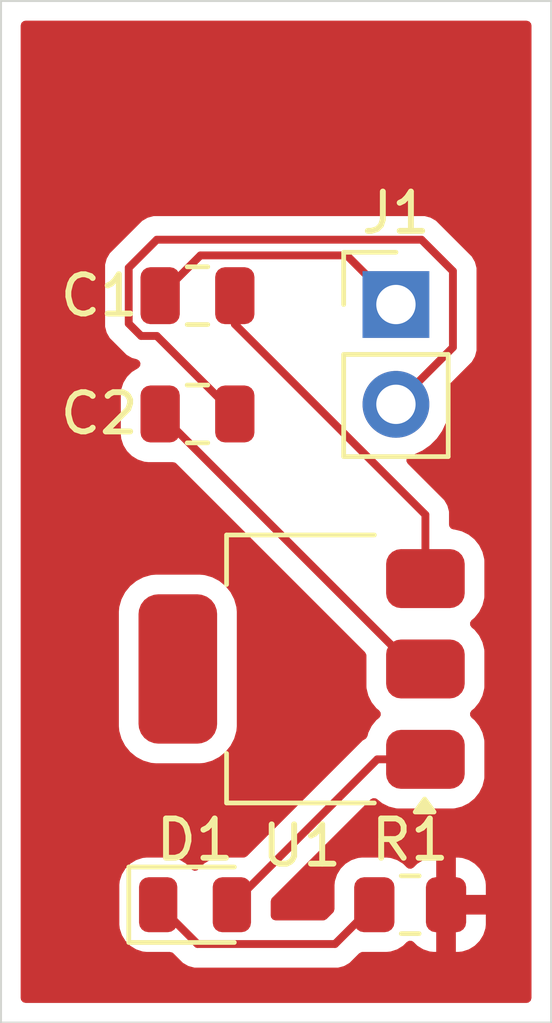
<source format=kicad_pcb>
(kicad_pcb (version 20240108) (generator "pcbnew") (generator_version "8.0")
  (layers (0 "F.Cu" signal) (31 "B.Cu" signal) (34 "B.Paste" user) (35 "F.Paste" user) (36 "B.SilkS" user "B.Silkscreen") (37 "F.SilkS" user "F.Silkscreen") (38 "B.Mask" user) (39 "F.Mask" user) (44 "Edge.Cuts" user))
  (net 0 "")
  (net 1 "/vcc")
  (net 2 "Net-(U1-VI)")
  (net 3 "Net-(U1-VO)")
  (net 4 "Net-(J1-Pin_2)")
  (net 5 "Net-(D1-K)")
  (net 6 "Net-(D1-A)")
  (net 7 "GND")
  (footprint "Capacitor_SMD:C_0805_2012Metric" (layer "F.Cu") (at 138.5 82.5)
    (property "Reference" "C1" (at -2.5 0 0) (layer "F.SilkS"))
    (property "Value" "10uF")
    (fp_line (start -0.261252 -0.735) (end 0.261252 -0.735) (stroke (width 0.12)) (layer "F.SilkS"))
    (fp_line (start -0.261252 0.735) (end 0.261252 0.735) (stroke (width 0.12)) (layer "F.SilkS"))
    (pad "1" smd roundrect (at -0.95 0) (size 1 1.45) (layers "F.Cu" "F.Paste" "F.Mask") (net 1 "/vcc"))
    (pad "2" smd roundrect (at 0.95 0) (size 1 1.45) (layers "F.Cu" "F.Paste" "F.Mask") (net 2 "Net-(U1-VI)"))
  )
  (footprint "Connector_PinHeader_2.54mm:PinHeader_1x02_P2.54mm_Vertical" (layer "F.Cu") (at 143.55 82.725)
    (property "Reference" "J1" (at 0 -2.33 0) (layer "F.SilkS"))
    (property "Value" "Conn_01x02_Pin")
    (fp_line (start -1.33 -1.33) (end 0 -1.33) (stroke (width 0.12)) (layer "F.SilkS"))
    (fp_line (start -1.33 0) (end -1.33 -1.33) (stroke (width 0.12)) (layer "F.SilkS"))
    (fp_line (start -1.33 1.27) (end -1.33 3.87) (stroke (width 0.12)) (layer "F.SilkS"))
    (fp_line (start -1.33 1.27) (end 1.33 1.27) (stroke (width 0.12)) (layer "F.SilkS"))
    (fp_line (start -1.33 3.87) (end 1.33 3.87) (stroke (width 0.12)) (layer "F.SilkS"))
    (fp_line (start 1.33 1.27) (end 1.33 3.87) (stroke (width 0.12)) (layer "F.SilkS"))
    (pad "1" thru_hole rect (at 0 0) (size 1.7 1.7) (drill 1) (layers "*.Cu" "*.Mask") (net 1 "/vcc"))
    (pad "2" thru_hole oval (at 0 2.54) (size 1.7 1.7) (drill 1) (layers "*.Cu" "*.Mask") (net 4 "Net-(J1-Pin_2)"))
  )
  (footprint "LED_SMD:LED_0805_2012Metric" (layer "F.Cu") (at 138.4375 98)
    (property "Reference" "D1" (at 0 -1.65 0) (layer "F.SilkS"))
    (property "Value" "LED")
    (fp_line (start -1.685 -0.96) (end -1.685 0.96) (stroke (width 0.12)) (layer "F.SilkS"))
    (fp_line (start -1.685 0.96) (end 1 0.96) (stroke (width 0.12)) (layer "F.SilkS"))
    (fp_line (start 1 -0.96) (end -1.685 -0.96) (stroke (width 0.12)) (layer "F.SilkS"))
    (pad "1" smd roundrect (at -0.9375 0) (size 0.975 1.4) (layers "F.Cu" "F.Paste" "F.Mask") (net 5 "Net-(D1-K)"))
    (pad "2" smd roundrect (at 0.9375 0) (size 0.975 1.4) (layers "F.Cu" "F.Paste" "F.Mask") (net 6 "Net-(D1-A)"))
  )
  (footprint "Package_TO_SOT_SMD:SOT-223" (layer "F.Cu") (at 141.15 92 180)
    (property "Reference" "U1" (at 0 -4.5 360) (layer "F.SilkS"))
    (property "Value" "AMS1117-5.0")
    (fp_line (start 1.91 3.41) (end 1.91 2.15) (stroke (width 0.12)) (layer "F.SilkS"))
    (fp_line (start 1.91 -3.41) (end 1.91 -2.15) (stroke (width 0.12)) (layer "F.SilkS"))
    (fp_line (start -1.85 3.41) (end 1.91 3.41) (stroke (width 0.12)) (layer "F.SilkS"))
    (fp_line (start -1.85 -3.41) (end 1.91 -3.41) (stroke (width 0.12)) (layer "F.SilkS"))
    (fp_poly (pts (xy -3.13 -3.31) (xy -3.37 -3.64) (xy -2.89 -3.64) (xy -3.13 -3.31)) (stroke (width 0.12)) (fill solid) (layer "F.SilkS"))
    (pad "1" smd roundrect (at -3.15 -2.3 180) (size 2 1.5) (layers "F.Cu" "F.Paste" "F.Mask") (net 6 "Net-(D1-A)"))
    (pad "2" smd roundrect (at -3.15 0 180) (size 2 1.5) (layers "F.Cu" "F.Paste" "F.Mask") (net 3 "Net-(U1-VO)"))
    (pad "3" smd roundrect (at -3.15 2.3 180) (size 2 1.5) (layers "F.Cu" "F.Paste" "F.Mask") (net 2 "Net-(U1-VI)"))
    (pad "4" smd roundrect (at 3.15 0 180) (size 2 3.8) (layers "F.Cu" "F.Paste" "F.Mask"))
  )
  (footprint "Capacitor_SMD:C_0805_2012Metric" (layer "F.Cu") (at 138.5 85.51)
    (property "Reference" "C2" (at -2.5 -0.01 0) (layer "F.SilkS"))
    (property "Value" "10uF")
    (fp_line (start -0.261252 -0.735) (end 0.261252 -0.735) (stroke (width 0.12)) (layer "F.SilkS"))
    (fp_line (start -0.261252 0.735) (end 0.261252 0.735) (stroke (width 0.12)) (layer "F.SilkS"))
    (pad "1" smd roundrect (at -0.95 0) (size 1 1.45) (layers "F.Cu" "F.Paste" "F.Mask") (net 3 "Net-(U1-VO)"))
    (pad "2" smd roundrect (at 0.95 0) (size 1 1.45) (layers "F.Cu" "F.Paste" "F.Mask") (net 4 "Net-(J1-Pin_2)"))
  )
  (footprint "Resistor_SMD:R_0805_2012Metric" (layer "F.Cu") (at 143.9125 98)
    (property "Reference" "R1" (at 0 -1.65 0) (layer "F.SilkS"))
    (property "Value" "330R")
    (fp_line (start -0.227064 -0.735) (end 0.227064 -0.735) (stroke (width 0.12)) (layer "F.SilkS"))
    (fp_line (start -0.227064 0.735) (end 0.227064 0.735) (stroke (width 0.12)) (layer "F.SilkS"))
    (pad "1" smd roundrect (at -0.9125 0) (size 1.025 1.4) (layers "F.Cu" "F.Paste" "F.Mask") (roundrect_rratio 0.243902) (net 5 "Net-(D1-K)"))
    (pad "2" smd roundrect (at 0.9125 0) (size 1.025 1.4) (layers "F.Cu" "F.Paste" "F.Mask") (roundrect_rratio 0.243902) (net 7 "GND"))
  )
  (gr_rect (start 133.5 75) (end 147.5 101) (stroke (width 0.05)) (fill none) (layer "Edge.Cuts"))
  (segment (start 143.55 82.725) (end 142.3 81.475) (width 0.2) (layer "F.Cu") (net 1))
  (segment (start 138.575 81.475) (end 137.55 82.5) (width 0.2) (layer "F.Cu") (net 1))
  (segment (start 142.3 81.475) (end 138.575 81.475) (width 0.2) (layer "F.Cu") (net 1))
  (segment (start 139.45 82.5) (end 139.45 83.225) (width 0.2) (layer "F.Cu") (net 2))
  (segment (start 144.3 88.075) (end 144.3 89.7) (width 0.2) (layer "F.Cu") (net 2))
  (segment (start 139.45 83.225) (end 144.3 88.075) (width 0.2) (layer "F.Cu") (net 2))
  (segment (start 137.55 85.51) (end 144.04 92) (width 0.2) (layer "F.Cu") (net 3))
  (segment (start 144.04 92) (end 144.3 92) (width 0.2) (layer "F.Cu") (net 3))
  (segment (start 136.75 83.209744) (end 136.75 81.790256) (width 0.2) (layer "F.Cu") (net 4))
  (segment (start 136.75 81.790256) (end 137.465256 81.075) (width 0.2) (layer "F.Cu") (net 4))
  (segment (start 139.45 85.51) (end 137.465 83.525) (width 0.2) (layer "F.Cu") (net 4))
  (segment (start 137.065256 83.525) (end 136.75 83.209744) (width 0.2) (layer "F.Cu") (net 4))
  (segment (start 145 81.875) (end 145 83.815) (width 0.2) (layer "F.Cu") (net 4))
  (segment (start 137.465 83.525) (end 137.065256 83.525) (width 0.2) (layer "F.Cu") (net 4))
  (segment (start 144.2 81.075) (end 145 81.875) (width 0.2) (layer "F.Cu") (net 4))
  (segment (start 145 83.815) (end 143.55 85.265) (width 0.2) (layer "F.Cu") (net 4))
  (segment (start 137.465256 81.075) (end 144.2 81.075) (width 0.2) (layer "F.Cu") (net 4))
  (segment (start 137.5 98) (end 138.5 99) (width 0.2) (layer "F.Cu") (net 5))
  (segment (start 142 99) (end 143 98) (width 0.2) (layer "F.Cu") (net 5))
  (segment (start 138.5 99) (end 142 99) (width 0.2) (layer "F.Cu") (net 5))
  (segment (start 144.3 94.3) (end 143.075 94.3) (width 0.2) (layer "F.Cu") (net 6))
  (segment (start 143.075 94.3) (end 139.375 98) (width 0.2) (layer "F.Cu") (net 6))
  (zone (net 7) (net_name "GND") (layer "F.Cu") (connect_pads (clearance 0.5)) (min_thickness 0.25) (fill yes (thermal_gap 0.5) (thermal_bridge_width 0.5))
    (polygon (pts (xy 147.5 101) (xy 147.5 75) (xy 133.5 75) (xy 133.5 101)))
  )
)
</source>
